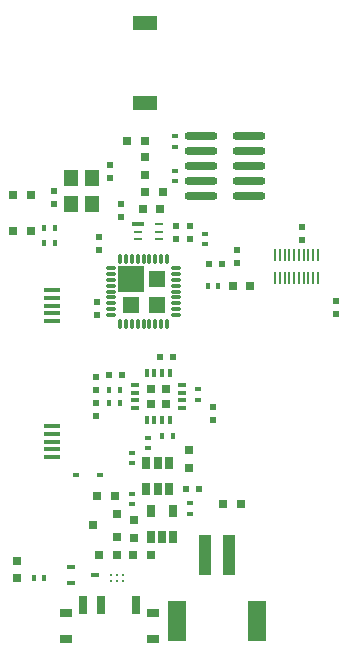
<source format=gbp>
G04 #@! TF.FileFunction,Paste,Bot*
%FSLAX46Y46*%
G04 Gerber Fmt 4.6, Leading zero omitted, Abs format (unit mm)*
G04 Created by KiCad (PCBNEW 4.0.2-stable) date 7/26/2016 9:47:51 PM*
%MOMM*%
G01*
G04 APERTURE LIST*
%ADD10C,0.100000*%
%ADD11R,1.350000X0.400000*%
%ADD12R,0.800000X0.150000*%
%ADD13R,1.000000X0.350000*%
%ADD14R,0.711200X0.457200*%
%ADD15R,1.200000X1.400000*%
%ADD16R,0.200000X1.050000*%
%ADD17R,0.797560X0.797560*%
%ADD18R,0.600000X0.500000*%
%ADD19R,0.800000X0.750000*%
%ADD20R,0.750000X0.800000*%
%ADD21R,0.350000X0.800000*%
%ADD22R,0.800000X0.350000*%
%ADD23R,0.750000X0.750000*%
%ADD24R,0.400000X0.600000*%
%ADD25R,0.500000X0.600000*%
%ADD26R,0.600000X0.400000*%
%ADD27R,0.650000X1.060000*%
%ADD28R,0.800100X0.800100*%
%ADD29R,2.000000X1.250000*%
%ADD30O,2.790000X0.740000*%
%ADD31O,0.280000X0.850000*%
%ADD32R,2.200000X2.200000*%
%ADD33R,1.320000X1.320000*%
%ADD34O,0.850000X0.280000*%
%ADD35R,0.700000X1.500000*%
%ADD36R,1.000000X0.800000*%
%ADD37R,1.000000X3.500000*%
%ADD38R,1.600000X3.400000*%
%ADD39R,0.590000X0.450000*%
%ADD40C,0.250000*%
G04 APERTURE END LIST*
D10*
D11*
X-187460Y17699100D03*
X-187460Y18349100D03*
X-187460Y18999100D03*
X-187460Y19649100D03*
X-187460Y20299100D03*
X-187460Y6199100D03*
X-187460Y6849100D03*
X-187460Y7499100D03*
X-187460Y8149100D03*
X-187460Y8799100D03*
D12*
X8859844Y25909843D03*
X8859844Y25259843D03*
X8859844Y24609843D03*
X7059844Y24609843D03*
X7059844Y25259843D03*
D13*
X7059844Y25909843D03*
D14*
X1453844Y-4480557D03*
X1453844Y-3159757D03*
X3485844Y-3820157D03*
D15*
X1449844Y27629843D03*
X1449844Y29829843D03*
X3149844Y29829843D03*
X3149844Y27629843D03*
D16*
X22309844Y21349843D03*
X21909844Y21349843D03*
X21509844Y21349843D03*
X21109844Y21349843D03*
X20709844Y21349843D03*
X20309844Y21349843D03*
X19909844Y21349843D03*
X19509844Y21349843D03*
X19109844Y21349843D03*
X18709844Y21349843D03*
X18709844Y23249843D03*
X19109844Y23249843D03*
X19509844Y23249843D03*
X19909844Y23249843D03*
X20309844Y23249843D03*
X20709844Y23249843D03*
X21109844Y23249843D03*
X21509844Y23249843D03*
X21909844Y23249843D03*
X22309844Y23249843D03*
D17*
X-2000700Y25300000D03*
X-3499300Y25300000D03*
X-2000700Y28340000D03*
X-3499300Y28340000D03*
X-3200000Y-4074300D03*
X-3200000Y-2575700D03*
D18*
X4609844Y13149843D03*
X5709844Y13149843D03*
D19*
X8979844Y27149843D03*
X7479844Y27149843D03*
D20*
X11429844Y5269843D03*
X11429844Y6769843D03*
D21*
X9774844Y9319843D03*
X9124844Y9319843D03*
X8474844Y9319843D03*
X7824844Y9319843D03*
D22*
X6799844Y10344843D03*
X6799844Y10994843D03*
X6799844Y11644843D03*
X6799844Y12294843D03*
D21*
X7824844Y13319843D03*
X8474844Y13319843D03*
X9124844Y13319843D03*
X9774844Y13319843D03*
D22*
X10799844Y12294843D03*
X10799844Y11644843D03*
X10799844Y10994843D03*
X10799844Y10344843D03*
D23*
X8174844Y11944843D03*
X9424844Y11944843D03*
X8174844Y10694843D03*
X9424844Y10694843D03*
D24*
X4659844Y10759843D03*
X5559844Y10759843D03*
X4649844Y11899843D03*
X5549844Y11899843D03*
D25*
X3529844Y11899843D03*
X3529844Y12999843D03*
X3529844Y10749843D03*
X3529844Y9649843D03*
D19*
X6169844Y32959843D03*
X7669844Y32959843D03*
D24*
X9129844Y7969843D03*
X10029844Y7969843D03*
D26*
X12179844Y11009843D03*
X12179844Y11909843D03*
X6589844Y6569843D03*
X6589844Y5669843D03*
X6589844Y3069843D03*
X6589844Y2169843D03*
X7969844Y6909843D03*
X7969844Y7809843D03*
D24*
X49844Y24309843D03*
X-850156Y24309843D03*
X49844Y25609843D03*
X-850156Y25609843D03*
X13879844Y20689843D03*
X12979844Y20689843D03*
D26*
X12779844Y24199843D03*
X12779844Y25099843D03*
X10199844Y30439843D03*
X10199844Y29539843D03*
X10199844Y32439843D03*
X10199844Y33339843D03*
X11479844Y1399843D03*
X11479844Y2299843D03*
D24*
X-830156Y-4070157D03*
X-1730156Y-4070157D03*
D18*
X11169844Y3469843D03*
X12269844Y3469843D03*
D25*
X13439844Y9319843D03*
X13439844Y10419843D03*
D18*
X8939844Y14629843D03*
X10039844Y14629843D03*
D19*
X5309844Y-2090157D03*
X3809844Y-2090157D03*
X3639844Y2889843D03*
X5139844Y2889843D03*
D25*
X4699844Y29829843D03*
X4699844Y30929843D03*
X21009844Y24549843D03*
X21009844Y25649843D03*
X23809844Y19419843D03*
X23809844Y18319843D03*
X-10156Y27619843D03*
X-10156Y28719843D03*
X11489844Y24659843D03*
X11489844Y25759843D03*
X10289844Y24659843D03*
X10289844Y25759843D03*
X5649844Y26519843D03*
X5649844Y27619843D03*
X3790000Y23680000D03*
X3790000Y24780000D03*
X3650000Y18200000D03*
X3650000Y19300000D03*
D18*
X13079844Y22569843D03*
X14179844Y22569843D03*
D25*
X15439844Y23689843D03*
X15439844Y22589843D03*
D19*
X8179844Y-2150157D03*
X6679844Y-2150157D03*
D20*
X6759844Y859843D03*
X6759844Y-640157D03*
D27*
X9689844Y3469843D03*
X8739844Y3469843D03*
X7789844Y3469843D03*
X7789844Y5669843D03*
X9689844Y5669843D03*
X8739844Y5669843D03*
D28*
X5300604Y1339843D03*
X5300604Y-560157D03*
X3301624Y389843D03*
D20*
X7669844Y30049843D03*
X7669844Y31549843D03*
D19*
X7669844Y28599843D03*
X9169844Y28599843D03*
X15089844Y20689843D03*
X16589844Y20689843D03*
D27*
X10079844Y-550157D03*
X9129844Y-550157D03*
X8179844Y-550157D03*
X8179844Y1649843D03*
X10079844Y1649843D03*
D29*
X7669844Y36159843D03*
X7669844Y42909843D03*
D30*
X12444844Y28269843D03*
X16514844Y28269843D03*
X12444844Y29539843D03*
X16514844Y29539843D03*
X12444844Y30809843D03*
X16514844Y30809843D03*
X12444844Y32079843D03*
X16514844Y32079843D03*
X12444844Y33349843D03*
X16514844Y33349843D03*
D31*
X9560000Y17420000D03*
D32*
X6460000Y21295000D03*
D33*
X8660000Y21295000D03*
X6460000Y19095000D03*
X8660000Y19095000D03*
D31*
X9060000Y17420000D03*
X8560000Y17420000D03*
X8060000Y17420000D03*
X7560000Y17420000D03*
X7060000Y17420000D03*
X6560000Y17420000D03*
X6060000Y17420000D03*
X5560000Y17420000D03*
D34*
X4785000Y18195000D03*
X4785000Y18695000D03*
X4785000Y19195000D03*
X4785000Y19695000D03*
X4785000Y20195000D03*
X4785000Y20695000D03*
X4785000Y21195000D03*
X4785000Y21695000D03*
X4785000Y22195000D03*
D31*
X5560000Y22970000D03*
X6060000Y22970000D03*
X6560000Y22970000D03*
X7060000Y22970000D03*
X7560000Y22970000D03*
X8060000Y22970000D03*
X8560000Y22970000D03*
X9060000Y22970000D03*
X9560000Y22970000D03*
D34*
X10335000Y22195000D03*
X10335000Y21695000D03*
X10335000Y21195000D03*
X10335000Y20695000D03*
X10335000Y20195000D03*
X10335000Y19695000D03*
X10335000Y19195000D03*
X10335000Y18695000D03*
X10335000Y18195000D03*
D35*
X6930000Y-6335000D03*
X3930000Y-6335000D03*
X2430000Y-6335000D03*
D36*
X8330000Y-9185000D03*
X1030000Y-9185000D03*
X1030000Y-6985000D03*
X8330000Y-6985000D03*
D37*
X14779844Y-2105157D03*
X12779844Y-2105157D03*
D38*
X17179844Y-7655157D03*
X10379844Y-7655157D03*
D39*
X3904844Y4629843D03*
X1794844Y4629843D03*
D40*
X4809844Y-3820157D03*
X5309844Y-3820157D03*
X5809844Y-3820157D03*
X4809844Y-4320157D03*
X5809844Y-4320157D03*
X5309844Y-4320157D03*
D19*
X15804844Y2179843D03*
X14304844Y2179843D03*
M02*

</source>
